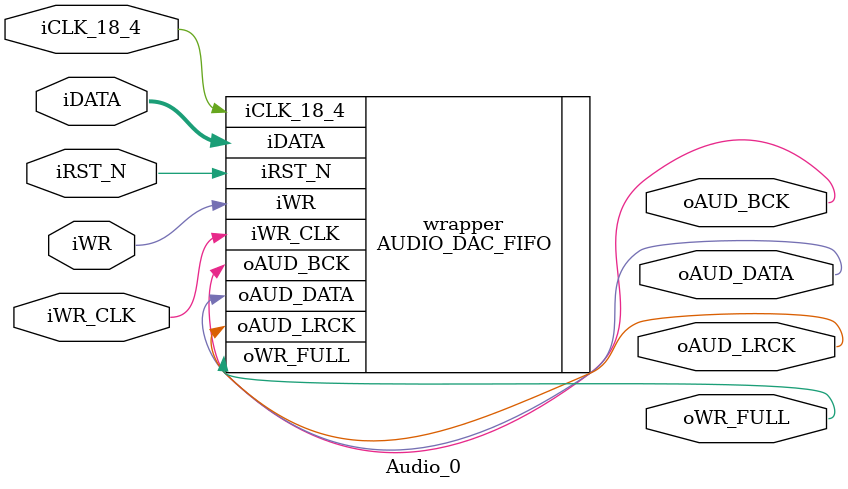
<source format=v>

`timescale 1ns / 100ps
// synthesis translate_on
module Audio_0 (
                 // inputs:
                  iCLK_18_4,
                  iDATA,
                  iRST_N,
                  iWR,
                  iWR_CLK,

                 // outputs:
                  oAUD_BCK,
                  oAUD_DATA,
                  oAUD_LRCK,
                  oWR_FULL
               );

  output           oAUD_BCK;
  output           oAUD_DATA;
  output           oAUD_LRCK;
  output           oWR_FULL;
  input            iCLK_18_4;
  input   [ 15: 0] iDATA;
  input            iRST_N;
  input            iWR;
  input            iWR_CLK;

  wire             oAUD_BCK;
  wire             oAUD_DATA;
  wire             oAUD_LRCK;
  wire             oWR_FULL;
  //wrapper, which is an e_instance
  AUDIO_DAC_FIFO wrapper
    (
      .iCLK_18_4 (iCLK_18_4),
      .iDATA     (iDATA),
      .iRST_N    (iRST_N),
      .iWR       (iWR),
      .iWR_CLK   (iWR_CLK),
      .oAUD_BCK  (oAUD_BCK),
      .oAUD_DATA (oAUD_DATA),
      .oAUD_LRCK (oAUD_LRCK),
      .oWR_FULL  (oWR_FULL)
    );



endmodule


</source>
